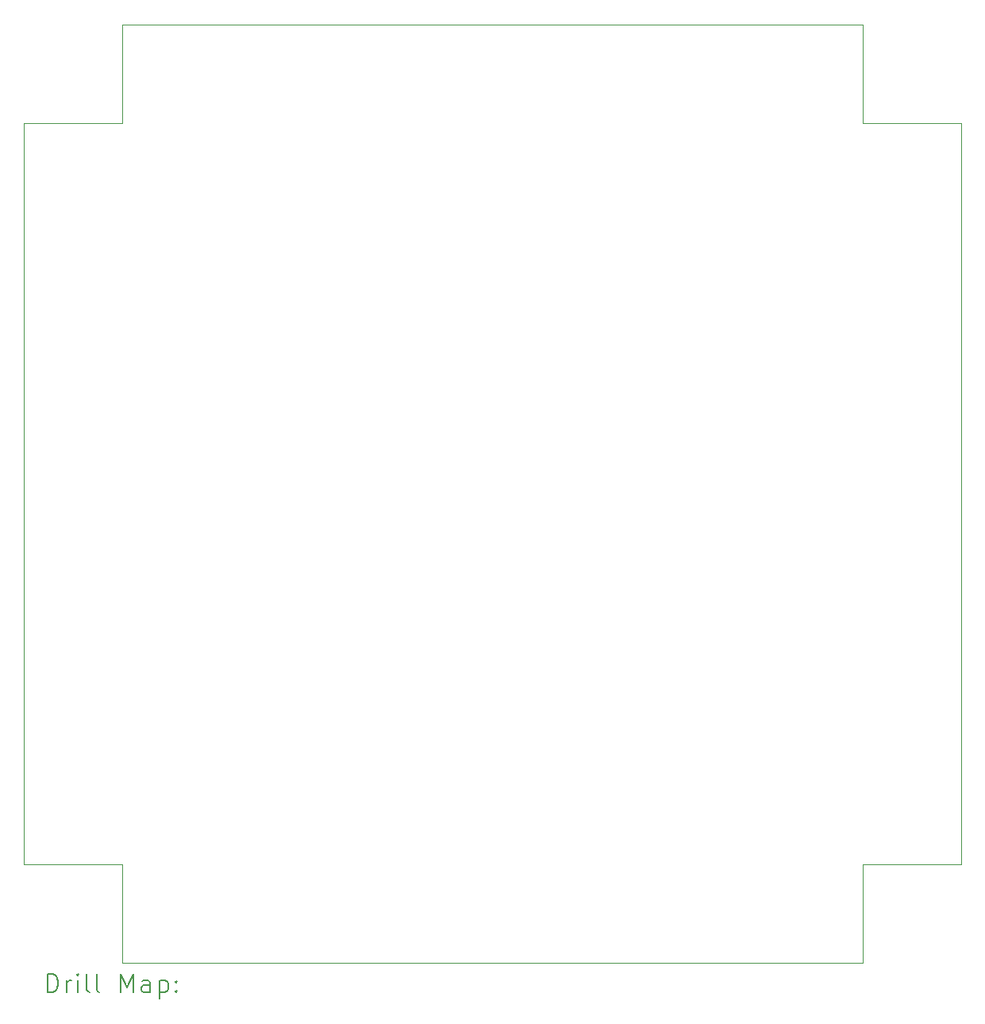
<source format=gbr>
%TF.GenerationSoftware,KiCad,Pcbnew,(6.0.9)*%
%TF.CreationDate,2023-01-30T21:02:41-08:00*%
%TF.ProjectId,solar-panel-side-Z,736f6c61-722d-4706-916e-656c2d736964,2.0*%
%TF.SameCoordinates,Original*%
%TF.FileFunction,Drillmap*%
%TF.FilePolarity,Positive*%
%FSLAX45Y45*%
G04 Gerber Fmt 4.5, Leading zero omitted, Abs format (unit mm)*
G04 Created by KiCad (PCBNEW (6.0.9)) date 2023-01-30 21:02:41*
%MOMM*%
%LPD*%
G01*
G04 APERTURE LIST*
%ADD10C,0.050000*%
%ADD11C,0.200000*%
G04 APERTURE END LIST*
D10*
X9950000Y-4550000D02*
X11000000Y-4550000D01*
X18900000Y-13500000D02*
X11000000Y-13500000D01*
X19950000Y-12450000D02*
X18900000Y-12450000D01*
X18900000Y-4550000D02*
X19950000Y-4550000D01*
X9950000Y-12450000D02*
X9950000Y-4550000D01*
X11000000Y-13500000D02*
X11000000Y-12450000D01*
X11000000Y-3500000D02*
X18900000Y-3500000D01*
X11000000Y-12450000D02*
X9950000Y-12450000D01*
X19950000Y-4550000D02*
X19950000Y-12450000D01*
X18900000Y-3500000D02*
X18900000Y-4550000D01*
X11000000Y-4550000D02*
X11000000Y-3500000D01*
X18900000Y-12450000D02*
X18900000Y-13500000D01*
D11*
X10205119Y-13812976D02*
X10205119Y-13612976D01*
X10252738Y-13612976D01*
X10281310Y-13622500D01*
X10300357Y-13641548D01*
X10309881Y-13660595D01*
X10319405Y-13698690D01*
X10319405Y-13727262D01*
X10309881Y-13765357D01*
X10300357Y-13784405D01*
X10281310Y-13803452D01*
X10252738Y-13812976D01*
X10205119Y-13812976D01*
X10405119Y-13812976D02*
X10405119Y-13679643D01*
X10405119Y-13717738D02*
X10414643Y-13698690D01*
X10424167Y-13689167D01*
X10443214Y-13679643D01*
X10462262Y-13679643D01*
X10528929Y-13812976D02*
X10528929Y-13679643D01*
X10528929Y-13612976D02*
X10519405Y-13622500D01*
X10528929Y-13632024D01*
X10538452Y-13622500D01*
X10528929Y-13612976D01*
X10528929Y-13632024D01*
X10652738Y-13812976D02*
X10633690Y-13803452D01*
X10624167Y-13784405D01*
X10624167Y-13612976D01*
X10757500Y-13812976D02*
X10738452Y-13803452D01*
X10728929Y-13784405D01*
X10728929Y-13612976D01*
X10986071Y-13812976D02*
X10986071Y-13612976D01*
X11052738Y-13755833D01*
X11119405Y-13612976D01*
X11119405Y-13812976D01*
X11300357Y-13812976D02*
X11300357Y-13708214D01*
X11290833Y-13689167D01*
X11271786Y-13679643D01*
X11233690Y-13679643D01*
X11214643Y-13689167D01*
X11300357Y-13803452D02*
X11281309Y-13812976D01*
X11233690Y-13812976D01*
X11214643Y-13803452D01*
X11205119Y-13784405D01*
X11205119Y-13765357D01*
X11214643Y-13746309D01*
X11233690Y-13736786D01*
X11281309Y-13736786D01*
X11300357Y-13727262D01*
X11395595Y-13679643D02*
X11395595Y-13879643D01*
X11395595Y-13689167D02*
X11414643Y-13679643D01*
X11452738Y-13679643D01*
X11471786Y-13689167D01*
X11481309Y-13698690D01*
X11490833Y-13717738D01*
X11490833Y-13774881D01*
X11481309Y-13793928D01*
X11471786Y-13803452D01*
X11452738Y-13812976D01*
X11414643Y-13812976D01*
X11395595Y-13803452D01*
X11576548Y-13793928D02*
X11586071Y-13803452D01*
X11576548Y-13812976D01*
X11567024Y-13803452D01*
X11576548Y-13793928D01*
X11576548Y-13812976D01*
X11576548Y-13689167D02*
X11586071Y-13698690D01*
X11576548Y-13708214D01*
X11567024Y-13698690D01*
X11576548Y-13689167D01*
X11576548Y-13708214D01*
M02*

</source>
